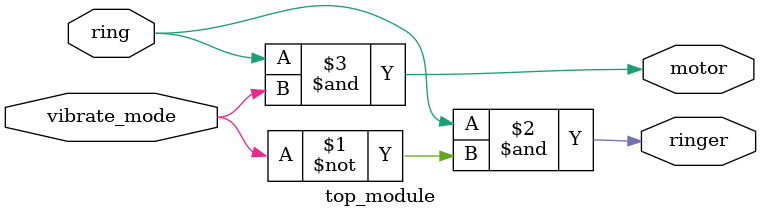
<source format=v>
module top_module (
    input ring,
    input vibrate_mode,
    output ringer,       // Make sound
    output motor         // Vibrate
);
	assign ringer = ring & ~vibrate_mode;
	assign motor = ring & vibrate_mode;
	
endmodule
</source>
